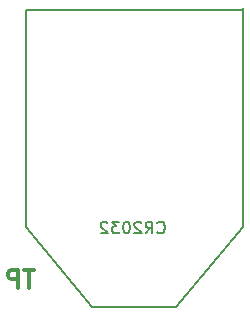
<source format=gbo>
G04 (created by PCBNEW (2013-07-07 BZR 4022)-stable) date 10/4/2013 1:03:36 AM*
%MOIN*%
G04 Gerber Fmt 3.4, Leading zero omitted, Abs format*
%FSLAX34Y34*%
G01*
G70*
G90*
G04 APERTURE LIST*
%ADD10C,0.00590551*%
%ADD11C,0.011811*%
G04 APERTURE END LIST*
G54D10*
G54D11*
X83704Y-58368D02*
X83366Y-58368D01*
X83535Y-58959D02*
X83535Y-58368D01*
X83169Y-58959D02*
X83169Y-58368D01*
X82944Y-58368D01*
X82888Y-58396D01*
X82860Y-58424D01*
X82832Y-58480D01*
X82832Y-58565D01*
X82860Y-58621D01*
X82888Y-58649D01*
X82944Y-58677D01*
X83169Y-58677D01*
G54D10*
X90670Y-49650D02*
X90670Y-56930D01*
X90670Y-56930D02*
X88430Y-59590D01*
X88430Y-59590D02*
X85630Y-59590D01*
X85630Y-59590D02*
X83430Y-56940D01*
X83430Y-56940D02*
X83430Y-49700D01*
X83430Y-49700D02*
X90690Y-49700D01*
X87824Y-57111D02*
X87843Y-57130D01*
X87899Y-57149D01*
X87937Y-57149D01*
X87993Y-57130D01*
X88031Y-57093D01*
X88049Y-57055D01*
X88068Y-56980D01*
X88068Y-56924D01*
X88049Y-56849D01*
X88031Y-56811D01*
X87993Y-56774D01*
X87937Y-56755D01*
X87899Y-56755D01*
X87843Y-56774D01*
X87824Y-56793D01*
X87431Y-57149D02*
X87562Y-56961D01*
X87656Y-57149D02*
X87656Y-56755D01*
X87506Y-56755D01*
X87468Y-56774D01*
X87449Y-56793D01*
X87431Y-56830D01*
X87431Y-56886D01*
X87449Y-56924D01*
X87468Y-56943D01*
X87506Y-56961D01*
X87656Y-56961D01*
X87281Y-56793D02*
X87262Y-56774D01*
X87224Y-56755D01*
X87131Y-56755D01*
X87093Y-56774D01*
X87074Y-56793D01*
X87056Y-56830D01*
X87056Y-56868D01*
X87074Y-56924D01*
X87299Y-57149D01*
X87056Y-57149D01*
X86812Y-56755D02*
X86775Y-56755D01*
X86737Y-56774D01*
X86718Y-56793D01*
X86700Y-56830D01*
X86681Y-56905D01*
X86681Y-56999D01*
X86700Y-57074D01*
X86718Y-57111D01*
X86737Y-57130D01*
X86775Y-57149D01*
X86812Y-57149D01*
X86850Y-57130D01*
X86868Y-57111D01*
X86887Y-57074D01*
X86906Y-56999D01*
X86906Y-56905D01*
X86887Y-56830D01*
X86868Y-56793D01*
X86850Y-56774D01*
X86812Y-56755D01*
X86550Y-56755D02*
X86306Y-56755D01*
X86437Y-56905D01*
X86381Y-56905D01*
X86343Y-56924D01*
X86325Y-56943D01*
X86306Y-56980D01*
X86306Y-57074D01*
X86325Y-57111D01*
X86343Y-57130D01*
X86381Y-57149D01*
X86493Y-57149D01*
X86531Y-57130D01*
X86550Y-57111D01*
X86156Y-56793D02*
X86137Y-56774D01*
X86100Y-56755D01*
X86006Y-56755D01*
X85968Y-56774D01*
X85950Y-56793D01*
X85931Y-56830D01*
X85931Y-56868D01*
X85950Y-56924D01*
X86175Y-57149D01*
X85931Y-57149D01*
M02*

</source>
